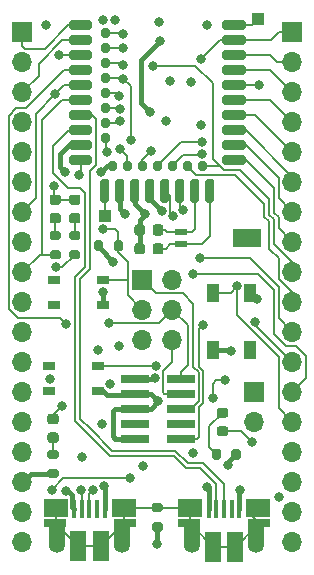
<source format=gtl>
%TF.GenerationSoftware,KiCad,Pcbnew,5.1.10-88a1d61d58~88~ubuntu18.04.1*%
%TF.CreationDate,2021-05-30T13:33:07+03:00*%
%TF.ProjectId,ebyte-E73-2G4M08S1x-board,65627974-652d-4453-9733-2d3247344d30,rev?*%
%TF.SameCoordinates,Original*%
%TF.FileFunction,Copper,L1,Top*%
%TF.FilePolarity,Positive*%
%FSLAX46Y46*%
G04 Gerber Fmt 4.6, Leading zero omitted, Abs format (unit mm)*
G04 Created by KiCad (PCBNEW 5.1.10-88a1d61d58~88~ubuntu18.04.1) date 2021-05-30 13:33:07*
%MOMM*%
%LPD*%
G01*
G04 APERTURE LIST*
%TA.AperFunction,SMDPad,CuDef*%
%ADD10R,1.000000X1.500000*%
%TD*%
%TA.AperFunction,SMDPad,CuDef*%
%ADD11R,2.400000X1.500000*%
%TD*%
%TA.AperFunction,SMDPad,CuDef*%
%ADD12R,1.100000X0.600000*%
%TD*%
%TA.AperFunction,SMDPad,CuDef*%
%ADD13R,1.050000X0.650000*%
%TD*%
%TA.AperFunction,SMDPad,CuDef*%
%ADD14R,1.430000X2.500000*%
%TD*%
%TA.AperFunction,ComponentPad*%
%ADD15O,1.350000X1.700000*%
%TD*%
%TA.AperFunction,ComponentPad*%
%ADD16O,1.100000X1.500000*%
%TD*%
%TA.AperFunction,SMDPad,CuDef*%
%ADD17R,0.400000X1.650000*%
%TD*%
%TA.AperFunction,SMDPad,CuDef*%
%ADD18R,2.000000X1.500000*%
%TD*%
%TA.AperFunction,SMDPad,CuDef*%
%ADD19R,1.825000X0.700000*%
%TD*%
%TA.AperFunction,SMDPad,CuDef*%
%ADD20R,1.350000X2.000000*%
%TD*%
%TA.AperFunction,ComponentPad*%
%ADD21O,1.700000X1.700000*%
%TD*%
%TA.AperFunction,ComponentPad*%
%ADD22R,1.700000X1.700000*%
%TD*%
%TA.AperFunction,SMDPad,CuDef*%
%ADD23R,1.000000X1.000000*%
%TD*%
%TA.AperFunction,SMDPad,CuDef*%
%ADD24R,2.400000X0.740000*%
%TD*%
%TA.AperFunction,ViaPad*%
%ADD25C,0.800000*%
%TD*%
%TA.AperFunction,Conductor*%
%ADD26C,0.200000*%
%TD*%
%TA.AperFunction,Conductor*%
%ADD27C,0.400000*%
%TD*%
G04 APERTURE END LIST*
%TO.P,R8,2*%
%TO.N,Net-(D8-Pad1)*%
%TA.AperFunction,SMDPad,CuDef*%
G36*
G01*
X140673500Y-109557000D02*
X140123500Y-109557000D01*
G75*
G02*
X139923500Y-109357000I0J200000D01*
G01*
X139923500Y-108957000D01*
G75*
G02*
X140123500Y-108757000I200000J0D01*
G01*
X140673500Y-108757000D01*
G75*
G02*
X140873500Y-108957000I0J-200000D01*
G01*
X140873500Y-109357000D01*
G75*
G02*
X140673500Y-109557000I-200000J0D01*
G01*
G37*
%TD.AperFunction*%
%TO.P,R8,1*%
%TO.N,GND*%
%TA.AperFunction,SMDPad,CuDef*%
G36*
G01*
X140673500Y-111207000D02*
X140123500Y-111207000D01*
G75*
G02*
X139923500Y-111007000I0J200000D01*
G01*
X139923500Y-110607000D01*
G75*
G02*
X140123500Y-110407000I200000J0D01*
G01*
X140673500Y-110407000D01*
G75*
G02*
X140873500Y-110607000I0J-200000D01*
G01*
X140873500Y-111007000D01*
G75*
G02*
X140673500Y-111207000I-200000J0D01*
G01*
G37*
%TD.AperFunction*%
%TD*%
%TO.P,D8,2*%
%TO.N,Net-(D8-Pad2)*%
%TA.AperFunction,SMDPad,CuDef*%
G36*
G01*
X140654750Y-106609500D02*
X140142250Y-106609500D01*
G75*
G02*
X139923500Y-106390750I0J218750D01*
G01*
X139923500Y-105953250D01*
G75*
G02*
X140142250Y-105734500I218750J0D01*
G01*
X140654750Y-105734500D01*
G75*
G02*
X140873500Y-105953250I0J-218750D01*
G01*
X140873500Y-106390750D01*
G75*
G02*
X140654750Y-106609500I-218750J0D01*
G01*
G37*
%TD.AperFunction*%
%TO.P,D8,1*%
%TO.N,Net-(D8-Pad1)*%
%TA.AperFunction,SMDPad,CuDef*%
G36*
G01*
X140654750Y-108184500D02*
X140142250Y-108184500D01*
G75*
G02*
X139923500Y-107965750I0J218750D01*
G01*
X139923500Y-107528250D01*
G75*
G02*
X140142250Y-107309500I218750J0D01*
G01*
X140654750Y-107309500D01*
G75*
G02*
X140873500Y-107528250I0J-218750D01*
G01*
X140873500Y-107965750D01*
G75*
G02*
X140654750Y-108184500I-218750J0D01*
G01*
G37*
%TD.AperFunction*%
%TD*%
D10*
%TO.P,D7,1*%
%TO.N,VDD*%
X153911500Y-100367000D03*
%TO.P,D7,2*%
%TO.N,N/C*%
X157111500Y-100367000D03*
%TO.P,D7,4*%
%TO.N,P0.04*%
X153911500Y-95467000D03*
%TO.P,D7,3*%
%TO.N,GND*%
X157111500Y-95467000D03*
%TD*%
%TO.P,R7,2*%
%TO.N,P0.15*%
%TA.AperFunction,SMDPad,CuDef*%
G36*
G01*
X141965000Y-91865000D02*
X142515000Y-91865000D01*
G75*
G02*
X142715000Y-92065000I0J-200000D01*
G01*
X142715000Y-92465000D01*
G75*
G02*
X142515000Y-92665000I-200000J0D01*
G01*
X141965000Y-92665000D01*
G75*
G02*
X141765000Y-92465000I0J200000D01*
G01*
X141765000Y-92065000D01*
G75*
G02*
X141965000Y-91865000I200000J0D01*
G01*
G37*
%TD.AperFunction*%
%TO.P,R7,1*%
%TO.N,Net-(D6-Pad1)*%
%TA.AperFunction,SMDPad,CuDef*%
G36*
G01*
X141965000Y-90215000D02*
X142515000Y-90215000D01*
G75*
G02*
X142715000Y-90415000I0J-200000D01*
G01*
X142715000Y-90815000D01*
G75*
G02*
X142515000Y-91015000I-200000J0D01*
G01*
X141965000Y-91015000D01*
G75*
G02*
X141765000Y-90815000I0J200000D01*
G01*
X141765000Y-90415000D01*
G75*
G02*
X141965000Y-90215000I200000J0D01*
G01*
G37*
%TD.AperFunction*%
%TD*%
D11*
%TO.P,Y1,3*%
%TO.N,N/C*%
X156843500Y-90868500D03*
D12*
%TO.P,Y1,2*%
%TO.N,Net-(C8-Pad1)*%
X151243500Y-90368500D03*
%TO.P,Y1,1*%
%TO.N,Net-(C7-Pad1)*%
X151243500Y-91368500D03*
%TD*%
%TO.P,C7,2*%
%TO.N,GND*%
%TA.AperFunction,SMDPad,CuDef*%
G36*
G01*
X148188500Y-91507500D02*
X148188500Y-92007500D01*
G75*
G02*
X147963500Y-92232500I-225000J0D01*
G01*
X147513500Y-92232500D01*
G75*
G02*
X147288500Y-92007500I0J225000D01*
G01*
X147288500Y-91507500D01*
G75*
G02*
X147513500Y-91282500I225000J0D01*
G01*
X147963500Y-91282500D01*
G75*
G02*
X148188500Y-91507500I0J-225000D01*
G01*
G37*
%TD.AperFunction*%
%TO.P,C7,1*%
%TO.N,Net-(C7-Pad1)*%
%TA.AperFunction,SMDPad,CuDef*%
G36*
G01*
X149738500Y-91507500D02*
X149738500Y-92007500D01*
G75*
G02*
X149513500Y-92232500I-225000J0D01*
G01*
X149063500Y-92232500D01*
G75*
G02*
X148838500Y-92007500I0J225000D01*
G01*
X148838500Y-91507500D01*
G75*
G02*
X149063500Y-91282500I225000J0D01*
G01*
X149513500Y-91282500D01*
G75*
G02*
X149738500Y-91507500I0J-225000D01*
G01*
G37*
%TD.AperFunction*%
%TD*%
D13*
%TO.P,SW2,2*%
%TO.N,GND*%
X144632500Y-96515500D03*
X140482500Y-96515500D03*
%TO.P,SW2,1*%
%TO.N,RST*%
X144632500Y-94365500D03*
X140482500Y-94365500D03*
%TD*%
%TO.P,R5,2*%
%TO.N,VDD*%
%TA.AperFunction,SMDPad,CuDef*%
G36*
G01*
X144672500Y-91228500D02*
X144672500Y-91778500D01*
G75*
G02*
X144472500Y-91978500I-200000J0D01*
G01*
X144072500Y-91978500D01*
G75*
G02*
X143872500Y-91778500I0J200000D01*
G01*
X143872500Y-91228500D01*
G75*
G02*
X144072500Y-91028500I200000J0D01*
G01*
X144472500Y-91028500D01*
G75*
G02*
X144672500Y-91228500I0J-200000D01*
G01*
G37*
%TD.AperFunction*%
%TO.P,R5,1*%
%TO.N,RST*%
%TA.AperFunction,SMDPad,CuDef*%
G36*
G01*
X146322500Y-91228500D02*
X146322500Y-91778500D01*
G75*
G02*
X146122500Y-91978500I-200000J0D01*
G01*
X145722500Y-91978500D01*
G75*
G02*
X145522500Y-91778500I0J200000D01*
G01*
X145522500Y-91228500D01*
G75*
G02*
X145722500Y-91028500I200000J0D01*
G01*
X146122500Y-91028500D01*
G75*
G02*
X146322500Y-91228500I0J-200000D01*
G01*
G37*
%TD.AperFunction*%
%TD*%
%TO.P,D6,2*%
%TO.N,VDD*%
%TA.AperFunction,SMDPad,CuDef*%
G36*
G01*
X142496250Y-88042000D02*
X141983750Y-88042000D01*
G75*
G02*
X141765000Y-87823250I0J218750D01*
G01*
X141765000Y-87385750D01*
G75*
G02*
X141983750Y-87167000I218750J0D01*
G01*
X142496250Y-87167000D01*
G75*
G02*
X142715000Y-87385750I0J-218750D01*
G01*
X142715000Y-87823250D01*
G75*
G02*
X142496250Y-88042000I-218750J0D01*
G01*
G37*
%TD.AperFunction*%
%TO.P,D6,1*%
%TO.N,Net-(D6-Pad1)*%
%TA.AperFunction,SMDPad,CuDef*%
G36*
G01*
X142496250Y-89617000D02*
X141983750Y-89617000D01*
G75*
G02*
X141765000Y-89398250I0J218750D01*
G01*
X141765000Y-88960750D01*
G75*
G02*
X141983750Y-88742000I218750J0D01*
G01*
X142496250Y-88742000D01*
G75*
G02*
X142715000Y-88960750I0J-218750D01*
G01*
X142715000Y-89398250D01*
G75*
G02*
X142496250Y-89617000I-218750J0D01*
G01*
G37*
%TD.AperFunction*%
%TD*%
%TO.P,U5,10*%
%TO.N,P0.30*%
%TA.AperFunction,SMDPad,CuDef*%
G36*
G01*
X156725000Y-84051000D02*
X156725000Y-84451000D01*
G75*
G02*
X156525000Y-84651000I-200000J0D01*
G01*
X154925000Y-84651000D01*
G75*
G02*
X154725000Y-84451000I0J200000D01*
G01*
X154725000Y-84051000D01*
G75*
G02*
X154925000Y-83851000I200000J0D01*
G01*
X156525000Y-83851000D01*
G75*
G02*
X156725000Y-84051000I0J-200000D01*
G01*
G37*
%TD.AperFunction*%
%TO.P,U5,9*%
%TO.N,P0.31*%
%TA.AperFunction,SMDPad,CuDef*%
G36*
G01*
X156725000Y-82781000D02*
X156725000Y-83181000D01*
G75*
G02*
X156525000Y-83381000I-200000J0D01*
G01*
X154925000Y-83381000D01*
G75*
G02*
X154725000Y-83181000I0J200000D01*
G01*
X154725000Y-82781000D01*
G75*
G02*
X154925000Y-82581000I200000J0D01*
G01*
X156525000Y-82581000D01*
G75*
G02*
X156725000Y-82781000I0J-200000D01*
G01*
G37*
%TD.AperFunction*%
%TO.P,U5,8*%
%TO.N,P0.29*%
%TA.AperFunction,SMDPad,CuDef*%
G36*
G01*
X156725000Y-81511000D02*
X156725000Y-81911000D01*
G75*
G02*
X156525000Y-82111000I-200000J0D01*
G01*
X154925000Y-82111000D01*
G75*
G02*
X154725000Y-81911000I0J200000D01*
G01*
X154725000Y-81511000D01*
G75*
G02*
X154925000Y-81311000I200000J0D01*
G01*
X156525000Y-81311000D01*
G75*
G02*
X156725000Y-81511000I0J-200000D01*
G01*
G37*
%TD.AperFunction*%
%TO.P,U5,7*%
%TO.N,P0.02*%
%TA.AperFunction,SMDPad,CuDef*%
G36*
G01*
X156725000Y-80241000D02*
X156725000Y-80641000D01*
G75*
G02*
X156525000Y-80841000I-200000J0D01*
G01*
X154925000Y-80841000D01*
G75*
G02*
X154725000Y-80641000I0J200000D01*
G01*
X154725000Y-80241000D01*
G75*
G02*
X154925000Y-80041000I200000J0D01*
G01*
X156525000Y-80041000D01*
G75*
G02*
X156725000Y-80241000I0J-200000D01*
G01*
G37*
%TD.AperFunction*%
%TO.P,U5,6*%
%TO.N,P1.05*%
%TA.AperFunction,SMDPad,CuDef*%
G36*
G01*
X156725000Y-78971000D02*
X156725000Y-79371000D01*
G75*
G02*
X156525000Y-79571000I-200000J0D01*
G01*
X154925000Y-79571000D01*
G75*
G02*
X154725000Y-79371000I0J200000D01*
G01*
X154725000Y-78971000D01*
G75*
G02*
X154925000Y-78771000I200000J0D01*
G01*
X156525000Y-78771000D01*
G75*
G02*
X156725000Y-78971000I0J-200000D01*
G01*
G37*
%TD.AperFunction*%
%TO.P,U5,5*%
%TO.N,GND*%
%TA.AperFunction,SMDPad,CuDef*%
G36*
G01*
X156725000Y-77701000D02*
X156725000Y-78101000D01*
G75*
G02*
X156525000Y-78301000I-200000J0D01*
G01*
X154925000Y-78301000D01*
G75*
G02*
X154725000Y-78101000I0J200000D01*
G01*
X154725000Y-77701000D01*
G75*
G02*
X154925000Y-77501000I200000J0D01*
G01*
X156525000Y-77501000D01*
G75*
G02*
X156725000Y-77701000I0J-200000D01*
G01*
G37*
%TD.AperFunction*%
%TO.P,U5,4*%
%TO.N,P0.28*%
%TA.AperFunction,SMDPad,CuDef*%
G36*
G01*
X156725000Y-76431000D02*
X156725000Y-76831000D01*
G75*
G02*
X156525000Y-77031000I-200000J0D01*
G01*
X154925000Y-77031000D01*
G75*
G02*
X154725000Y-76831000I0J200000D01*
G01*
X154725000Y-76431000D01*
G75*
G02*
X154925000Y-76231000I200000J0D01*
G01*
X156525000Y-76231000D01*
G75*
G02*
X156725000Y-76431000I0J-200000D01*
G01*
G37*
%TD.AperFunction*%
%TO.P,U5,3*%
%TO.N,P0.03*%
%TA.AperFunction,SMDPad,CuDef*%
G36*
G01*
X156725000Y-75161000D02*
X156725000Y-75561000D01*
G75*
G02*
X156525000Y-75761000I-200000J0D01*
G01*
X154925000Y-75761000D01*
G75*
G02*
X154725000Y-75561000I0J200000D01*
G01*
X154725000Y-75161000D01*
G75*
G02*
X154925000Y-74961000I200000J0D01*
G01*
X156525000Y-74961000D01*
G75*
G02*
X156725000Y-75161000I0J-200000D01*
G01*
G37*
%TD.AperFunction*%
%TO.P,U5,2*%
%TO.N,P0.25*%
%TA.AperFunction,SMDPad,CuDef*%
G36*
G01*
X156725000Y-73891000D02*
X156725000Y-74291000D01*
G75*
G02*
X156525000Y-74491000I-200000J0D01*
G01*
X154925000Y-74491000D01*
G75*
G02*
X154725000Y-74291000I0J200000D01*
G01*
X154725000Y-73891000D01*
G75*
G02*
X154925000Y-73691000I200000J0D01*
G01*
X156525000Y-73691000D01*
G75*
G02*
X156725000Y-73891000I0J-200000D01*
G01*
G37*
%TD.AperFunction*%
%TO.P,U5,1*%
%TO.N,Net-(TP2-Pad1)*%
%TA.AperFunction,SMDPad,CuDef*%
G36*
G01*
X156725000Y-72621000D02*
X156725000Y-73021000D01*
G75*
G02*
X156525000Y-73221000I-200000J0D01*
G01*
X154925000Y-73221000D01*
G75*
G02*
X154725000Y-73021000I0J200000D01*
G01*
X154725000Y-72621000D01*
G75*
G02*
X154925000Y-72421000I200000J0D01*
G01*
X156525000Y-72421000D01*
G75*
G02*
X156725000Y-72621000I0J-200000D01*
G01*
G37*
%TD.AperFunction*%
%TO.P,U5,29*%
%TO.N,NRF_D-*%
%TA.AperFunction,SMDPad,CuDef*%
G36*
G01*
X143731000Y-81511000D02*
X143731000Y-81911000D01*
G75*
G02*
X143531000Y-82111000I-200000J0D01*
G01*
X141931000Y-82111000D01*
G75*
G02*
X141731000Y-81911000I0J200000D01*
G01*
X141731000Y-81511000D01*
G75*
G02*
X141931000Y-81311000I200000J0D01*
G01*
X143531000Y-81311000D01*
G75*
G02*
X143731000Y-81511000I0J-200000D01*
G01*
G37*
%TD.AperFunction*%
%TO.P,U5,26*%
%TO.N,RST*%
%TA.AperFunction,SMDPad,CuDef*%
G36*
G01*
X143735000Y-84041000D02*
X143735000Y-84441000D01*
G75*
G02*
X143535000Y-84641000I-200000J0D01*
G01*
X141935000Y-84641000D01*
G75*
G02*
X141735000Y-84441000I0J200000D01*
G01*
X141735000Y-84041000D01*
G75*
G02*
X141935000Y-83841000I200000J0D01*
G01*
X143535000Y-83841000D01*
G75*
G02*
X143735000Y-84041000I0J-200000D01*
G01*
G37*
%TD.AperFunction*%
%TO.P,U5,33*%
%TO.N,P0.13*%
%TA.AperFunction,SMDPad,CuDef*%
G36*
G01*
X143731000Y-78971000D02*
X143731000Y-79371000D01*
G75*
G02*
X143531000Y-79571000I-200000J0D01*
G01*
X141931000Y-79571000D01*
G75*
G02*
X141731000Y-79371000I0J200000D01*
G01*
X141731000Y-78971000D01*
G75*
G02*
X141931000Y-78771000I200000J0D01*
G01*
X143531000Y-78771000D01*
G75*
G02*
X143731000Y-78971000I0J-200000D01*
G01*
G37*
%TD.AperFunction*%
%TO.P,U5,27*%
%TO.N,VBUS*%
%TA.AperFunction,SMDPad,CuDef*%
G36*
G01*
X143731000Y-82781000D02*
X143731000Y-83181000D01*
G75*
G02*
X143531000Y-83381000I-200000J0D01*
G01*
X141931000Y-83381000D01*
G75*
G02*
X141731000Y-83181000I0J200000D01*
G01*
X141731000Y-82781000D01*
G75*
G02*
X141931000Y-82581000I200000J0D01*
G01*
X143531000Y-82581000D01*
G75*
G02*
X143731000Y-82781000I0J-200000D01*
G01*
G37*
%TD.AperFunction*%
%TO.P,U5,35*%
%TO.N,P0.24*%
%TA.AperFunction,SMDPad,CuDef*%
G36*
G01*
X143731000Y-77701000D02*
X143731000Y-78101000D01*
G75*
G02*
X143531000Y-78301000I-200000J0D01*
G01*
X141931000Y-78301000D01*
G75*
G02*
X141731000Y-78101000I0J200000D01*
G01*
X141731000Y-77701000D01*
G75*
G02*
X141931000Y-77501000I200000J0D01*
G01*
X143531000Y-77501000D01*
G75*
G02*
X143731000Y-77701000I0J-200000D01*
G01*
G37*
%TD.AperFunction*%
%TO.P,U5,31*%
%TO.N,NRF_D+*%
%TA.AperFunction,SMDPad,CuDef*%
G36*
G01*
X143731000Y-80241000D02*
X143731000Y-80641000D01*
G75*
G02*
X143531000Y-80841000I-200000J0D01*
G01*
X141931000Y-80841000D01*
G75*
G02*
X141731000Y-80641000I0J200000D01*
G01*
X141731000Y-80241000D01*
G75*
G02*
X141931000Y-80041000I200000J0D01*
G01*
X143531000Y-80041000D01*
G75*
G02*
X143731000Y-80241000I0J-200000D01*
G01*
G37*
%TD.AperFunction*%
%TO.P,U5,37*%
%TO.N,SWD*%
%TA.AperFunction,SMDPad,CuDef*%
G36*
G01*
X143731000Y-76431000D02*
X143731000Y-76831000D01*
G75*
G02*
X143531000Y-77031000I-200000J0D01*
G01*
X141931000Y-77031000D01*
G75*
G02*
X141731000Y-76831000I0J200000D01*
G01*
X141731000Y-76431000D01*
G75*
G02*
X141931000Y-76231000I200000J0D01*
G01*
X143531000Y-76231000D01*
G75*
G02*
X143731000Y-76431000I0J-200000D01*
G01*
G37*
%TD.AperFunction*%
%TO.P,U5,39*%
%TO.N,SWC*%
%TA.AperFunction,SMDPad,CuDef*%
G36*
G01*
X143731000Y-75161000D02*
X143731000Y-75561000D01*
G75*
G02*
X143531000Y-75761000I-200000J0D01*
G01*
X141931000Y-75761000D01*
G75*
G02*
X141731000Y-75561000I0J200000D01*
G01*
X141731000Y-75161000D01*
G75*
G02*
X141931000Y-74961000I200000J0D01*
G01*
X143531000Y-74961000D01*
G75*
G02*
X143731000Y-75161000I0J-200000D01*
G01*
G37*
%TD.AperFunction*%
%TO.P,U5,41*%
%TO.N,P0.09*%
%TA.AperFunction,SMDPad,CuDef*%
G36*
G01*
X143731000Y-73891000D02*
X143731000Y-74291000D01*
G75*
G02*
X143531000Y-74491000I-200000J0D01*
G01*
X141931000Y-74491000D01*
G75*
G02*
X141731000Y-74291000I0J200000D01*
G01*
X141731000Y-73891000D01*
G75*
G02*
X141931000Y-73691000I200000J0D01*
G01*
X143531000Y-73691000D01*
G75*
G02*
X143731000Y-73891000I0J-200000D01*
G01*
G37*
%TD.AperFunction*%
%TO.P,U5,43*%
%TO.N,P0.10*%
%TA.AperFunction,SMDPad,CuDef*%
G36*
G01*
X143731000Y-72621000D02*
X143731000Y-73021000D01*
G75*
G02*
X143531000Y-73221000I-200000J0D01*
G01*
X141931000Y-73221000D01*
G75*
G02*
X141731000Y-73021000I0J200000D01*
G01*
X141731000Y-72621000D01*
G75*
G02*
X141931000Y-72421000I200000J0D01*
G01*
X143531000Y-72421000D01*
G75*
G02*
X143731000Y-72621000I0J-200000D01*
G01*
G37*
%TD.AperFunction*%
%TO.P,U5,11*%
%TO.N,Net-(C7-Pad1)*%
%TA.AperFunction,SMDPad,CuDef*%
G36*
G01*
X153465000Y-85841000D02*
X153865000Y-85841000D01*
G75*
G02*
X154065000Y-86041000I0J-200000D01*
G01*
X154065000Y-87641000D01*
G75*
G02*
X153865000Y-87841000I-200000J0D01*
G01*
X153465000Y-87841000D01*
G75*
G02*
X153265000Y-87641000I0J200000D01*
G01*
X153265000Y-86041000D01*
G75*
G02*
X153465000Y-85841000I200000J0D01*
G01*
G37*
%TD.AperFunction*%
%TO.P,U5,13*%
%TO.N,Net-(C8-Pad1)*%
%TA.AperFunction,SMDPad,CuDef*%
G36*
G01*
X152195000Y-85841000D02*
X152595000Y-85841000D01*
G75*
G02*
X152795000Y-86041000I0J-200000D01*
G01*
X152795000Y-87641000D01*
G75*
G02*
X152595000Y-87841000I-200000J0D01*
G01*
X152195000Y-87841000D01*
G75*
G02*
X151995000Y-87641000I0J200000D01*
G01*
X151995000Y-86041000D01*
G75*
G02*
X152195000Y-85841000I200000J0D01*
G01*
G37*
%TD.AperFunction*%
%TO.P,U5,15*%
%TO.N,P0.05*%
%TA.AperFunction,SMDPad,CuDef*%
G36*
G01*
X150925000Y-85841000D02*
X151325000Y-85841000D01*
G75*
G02*
X151525000Y-86041000I0J-200000D01*
G01*
X151525000Y-87641000D01*
G75*
G02*
X151325000Y-87841000I-200000J0D01*
G01*
X150925000Y-87841000D01*
G75*
G02*
X150725000Y-87641000I0J200000D01*
G01*
X150725000Y-86041000D01*
G75*
G02*
X150925000Y-85841000I200000J0D01*
G01*
G37*
%TD.AperFunction*%
%TO.P,U5,17*%
%TO.N,P1.09*%
%TA.AperFunction,SMDPad,CuDef*%
G36*
G01*
X149655000Y-85841000D02*
X150055000Y-85841000D01*
G75*
G02*
X150255000Y-86041000I0J-200000D01*
G01*
X150255000Y-87641000D01*
G75*
G02*
X150055000Y-87841000I-200000J0D01*
G01*
X149655000Y-87841000D01*
G75*
G02*
X149455000Y-87641000I0J200000D01*
G01*
X149455000Y-86041000D01*
G75*
G02*
X149655000Y-85841000I200000J0D01*
G01*
G37*
%TD.AperFunction*%
%TO.P,U5,19*%
%TO.N,VDD*%
%TA.AperFunction,SMDPad,CuDef*%
G36*
G01*
X148385000Y-85841000D02*
X148785000Y-85841000D01*
G75*
G02*
X148985000Y-86041000I0J-200000D01*
G01*
X148985000Y-87641000D01*
G75*
G02*
X148785000Y-87841000I-200000J0D01*
G01*
X148385000Y-87841000D01*
G75*
G02*
X148185000Y-87641000I0J200000D01*
G01*
X148185000Y-86041000D01*
G75*
G02*
X148385000Y-85841000I200000J0D01*
G01*
G37*
%TD.AperFunction*%
%TO.P,U5,21*%
%TO.N,GND*%
%TA.AperFunction,SMDPad,CuDef*%
G36*
G01*
X147115000Y-85841000D02*
X147515000Y-85841000D01*
G75*
G02*
X147715000Y-86041000I0J-200000D01*
G01*
X147715000Y-87641000D01*
G75*
G02*
X147515000Y-87841000I-200000J0D01*
G01*
X147115000Y-87841000D01*
G75*
G02*
X146915000Y-87641000I0J200000D01*
G01*
X146915000Y-86041000D01*
G75*
G02*
X147115000Y-85841000I200000J0D01*
G01*
G37*
%TD.AperFunction*%
%TO.P,U5,23*%
%TO.N,VDDH*%
%TA.AperFunction,SMDPad,CuDef*%
G36*
G01*
X145845000Y-85841000D02*
X146245000Y-85841000D01*
G75*
G02*
X146445000Y-86041000I0J-200000D01*
G01*
X146445000Y-87641000D01*
G75*
G02*
X146245000Y-87841000I-200000J0D01*
G01*
X145845000Y-87841000D01*
G75*
G02*
X145645000Y-87641000I0J200000D01*
G01*
X145645000Y-86041000D01*
G75*
G02*
X145845000Y-85841000I200000J0D01*
G01*
G37*
%TD.AperFunction*%
%TO.P,U5,25*%
%TO.N,Net-(TP1-Pad1)*%
%TA.AperFunction,SMDPad,CuDef*%
G36*
G01*
X144575000Y-85841000D02*
X144975000Y-85841000D01*
G75*
G02*
X145175000Y-86041000I0J-200000D01*
G01*
X145175000Y-87641000D01*
G75*
G02*
X144975000Y-87841000I-200000J0D01*
G01*
X144575000Y-87841000D01*
G75*
G02*
X144375000Y-87641000I0J200000D01*
G01*
X144375000Y-86041000D01*
G75*
G02*
X144575000Y-85841000I200000J0D01*
G01*
G37*
%TD.AperFunction*%
%TO.P,U5,12*%
%TO.N,P0.26*%
%TA.AperFunction,SMDPad,CuDef*%
G36*
G01*
X152835000Y-84351000D02*
X153235000Y-84351000D01*
G75*
G02*
X153435000Y-84551000I0J-200000D01*
G01*
X153435000Y-84951000D01*
G75*
G02*
X153235000Y-85151000I-200000J0D01*
G01*
X152835000Y-85151000D01*
G75*
G02*
X152635000Y-84951000I0J200000D01*
G01*
X152635000Y-84551000D01*
G75*
G02*
X152835000Y-84351000I200000J0D01*
G01*
G37*
%TD.AperFunction*%
%TO.P,U5,14*%
%TO.N,P0.06*%
%TA.AperFunction,SMDPad,CuDef*%
G36*
G01*
X151565000Y-84351000D02*
X151965000Y-84351000D01*
G75*
G02*
X152165000Y-84551000I0J-200000D01*
G01*
X152165000Y-84951000D01*
G75*
G02*
X151965000Y-85151000I-200000J0D01*
G01*
X151565000Y-85151000D01*
G75*
G02*
X151365000Y-84951000I0J200000D01*
G01*
X151365000Y-84551000D01*
G75*
G02*
X151565000Y-84351000I200000J0D01*
G01*
G37*
%TD.AperFunction*%
%TO.P,U5,16*%
%TO.N,P0.08*%
%TA.AperFunction,SMDPad,CuDef*%
G36*
G01*
X150295000Y-84351000D02*
X150695000Y-84351000D01*
G75*
G02*
X150895000Y-84551000I0J-200000D01*
G01*
X150895000Y-84951000D01*
G75*
G02*
X150695000Y-85151000I-200000J0D01*
G01*
X150295000Y-85151000D01*
G75*
G02*
X150095000Y-84951000I0J200000D01*
G01*
X150095000Y-84551000D01*
G75*
G02*
X150295000Y-84351000I200000J0D01*
G01*
G37*
%TD.AperFunction*%
%TO.P,U5,18*%
%TO.N,P0.04*%
%TA.AperFunction,SMDPad,CuDef*%
G36*
G01*
X149025000Y-84351000D02*
X149425000Y-84351000D01*
G75*
G02*
X149625000Y-84551000I0J-200000D01*
G01*
X149625000Y-84951000D01*
G75*
G02*
X149425000Y-85151000I-200000J0D01*
G01*
X149025000Y-85151000D01*
G75*
G02*
X148825000Y-84951000I0J200000D01*
G01*
X148825000Y-84551000D01*
G75*
G02*
X149025000Y-84351000I200000J0D01*
G01*
G37*
%TD.AperFunction*%
%TO.P,U5,20*%
%TO.N,P0.12*%
%TA.AperFunction,SMDPad,CuDef*%
G36*
G01*
X147755000Y-84351000D02*
X148155000Y-84351000D01*
G75*
G02*
X148355000Y-84551000I0J-200000D01*
G01*
X148355000Y-84951000D01*
G75*
G02*
X148155000Y-85151000I-200000J0D01*
G01*
X147755000Y-85151000D01*
G75*
G02*
X147555000Y-84951000I0J200000D01*
G01*
X147555000Y-84551000D01*
G75*
G02*
X147755000Y-84351000I200000J0D01*
G01*
G37*
%TD.AperFunction*%
%TO.P,U5,22*%
%TO.N,P0.07*%
%TA.AperFunction,SMDPad,CuDef*%
G36*
G01*
X146485000Y-84351000D02*
X146885000Y-84351000D01*
G75*
G02*
X147085000Y-84551000I0J-200000D01*
G01*
X147085000Y-84951000D01*
G75*
G02*
X146885000Y-85151000I-200000J0D01*
G01*
X146485000Y-85151000D01*
G75*
G02*
X146285000Y-84951000I0J200000D01*
G01*
X146285000Y-84551000D01*
G75*
G02*
X146485000Y-84351000I200000J0D01*
G01*
G37*
%TD.AperFunction*%
%TO.P,U5,24*%
%TO.N,GND*%
%TA.AperFunction,SMDPad,CuDef*%
G36*
G01*
X145215000Y-84351000D02*
X145615000Y-84351000D01*
G75*
G02*
X145815000Y-84551000I0J-200000D01*
G01*
X145815000Y-84951000D01*
G75*
G02*
X145615000Y-85151000I-200000J0D01*
G01*
X145215000Y-85151000D01*
G75*
G02*
X145015000Y-84951000I0J200000D01*
G01*
X145015000Y-84551000D01*
G75*
G02*
X145215000Y-84351000I200000J0D01*
G01*
G37*
%TD.AperFunction*%
%TO.P,U5,28*%
%TO.N,P0.15*%
%TA.AperFunction,SMDPad,CuDef*%
G36*
G01*
X144645000Y-81961000D02*
X145045000Y-81961000D01*
G75*
G02*
X145245000Y-82161000I0J-200000D01*
G01*
X145245000Y-82561000D01*
G75*
G02*
X145045000Y-82761000I-200000J0D01*
G01*
X144645000Y-82761000D01*
G75*
G02*
X144445000Y-82561000I0J200000D01*
G01*
X144445000Y-82161000D01*
G75*
G02*
X144645000Y-81961000I200000J0D01*
G01*
G37*
%TD.AperFunction*%
%TO.P,U5,30*%
%TO.N,P0.17*%
%TA.AperFunction,SMDPad,CuDef*%
G36*
G01*
X144645000Y-80691000D02*
X145045000Y-80691000D01*
G75*
G02*
X145245000Y-80891000I0J-200000D01*
G01*
X145245000Y-81291000D01*
G75*
G02*
X145045000Y-81491000I-200000J0D01*
G01*
X144645000Y-81491000D01*
G75*
G02*
X144445000Y-81291000I0J200000D01*
G01*
X144445000Y-80891000D01*
G75*
G02*
X144645000Y-80691000I200000J0D01*
G01*
G37*
%TD.AperFunction*%
%TO.P,U5,32*%
%TO.N,P0.20*%
%TA.AperFunction,SMDPad,CuDef*%
G36*
G01*
X144645000Y-79421000D02*
X145045000Y-79421000D01*
G75*
G02*
X145245000Y-79621000I0J-200000D01*
G01*
X145245000Y-80021000D01*
G75*
G02*
X145045000Y-80221000I-200000J0D01*
G01*
X144645000Y-80221000D01*
G75*
G02*
X144445000Y-80021000I0J200000D01*
G01*
X144445000Y-79621000D01*
G75*
G02*
X144645000Y-79421000I200000J0D01*
G01*
G37*
%TD.AperFunction*%
%TO.P,U5,34*%
%TO.N,P0.22*%
%TA.AperFunction,SMDPad,CuDef*%
G36*
G01*
X144645000Y-78151000D02*
X145045000Y-78151000D01*
G75*
G02*
X145245000Y-78351000I0J-200000D01*
G01*
X145245000Y-78751000D01*
G75*
G02*
X145045000Y-78951000I-200000J0D01*
G01*
X144645000Y-78951000D01*
G75*
G02*
X144445000Y-78751000I0J200000D01*
G01*
X144445000Y-78351000D01*
G75*
G02*
X144645000Y-78151000I200000J0D01*
G01*
G37*
%TD.AperFunction*%
%TO.P,U5,36*%
%TO.N,SWO*%
%TA.AperFunction,SMDPad,CuDef*%
G36*
G01*
X144645000Y-76881000D02*
X145045000Y-76881000D01*
G75*
G02*
X145245000Y-77081000I0J-200000D01*
G01*
X145245000Y-77481000D01*
G75*
G02*
X145045000Y-77681000I-200000J0D01*
G01*
X144645000Y-77681000D01*
G75*
G02*
X144445000Y-77481000I0J200000D01*
G01*
X144445000Y-77081000D01*
G75*
G02*
X144645000Y-76881000I200000J0D01*
G01*
G37*
%TD.AperFunction*%
%TO.P,U5,38*%
%TO.N,P1.02*%
%TA.AperFunction,SMDPad,CuDef*%
G36*
G01*
X144645000Y-75611000D02*
X145045000Y-75611000D01*
G75*
G02*
X145245000Y-75811000I0J-200000D01*
G01*
X145245000Y-76211000D01*
G75*
G02*
X145045000Y-76411000I-200000J0D01*
G01*
X144645000Y-76411000D01*
G75*
G02*
X144445000Y-76211000I0J200000D01*
G01*
X144445000Y-75811000D01*
G75*
G02*
X144645000Y-75611000I200000J0D01*
G01*
G37*
%TD.AperFunction*%
%TO.P,U5,42*%
%TO.N,P1.06*%
%TA.AperFunction,SMDPad,CuDef*%
G36*
G01*
X144645000Y-73071000D02*
X145045000Y-73071000D01*
G75*
G02*
X145245000Y-73271000I0J-200000D01*
G01*
X145245000Y-73671000D01*
G75*
G02*
X145045000Y-73871000I-200000J0D01*
G01*
X144645000Y-73871000D01*
G75*
G02*
X144445000Y-73671000I0J200000D01*
G01*
X144445000Y-73271000D01*
G75*
G02*
X144645000Y-73071000I200000J0D01*
G01*
G37*
%TD.AperFunction*%
%TO.P,U5,40*%
%TO.N,P1.04*%
%TA.AperFunction,SMDPad,CuDef*%
G36*
G01*
X144645000Y-74341000D02*
X145045000Y-74341000D01*
G75*
G02*
X145245000Y-74541000I0J-200000D01*
G01*
X145245000Y-74941000D01*
G75*
G02*
X145045000Y-75141000I-200000J0D01*
G01*
X144645000Y-75141000D01*
G75*
G02*
X144445000Y-74941000I0J200000D01*
G01*
X144445000Y-74541000D01*
G75*
G02*
X144645000Y-74341000I200000J0D01*
G01*
G37*
%TD.AperFunction*%
%TD*%
D14*
%TO.P,J1,6*%
%TO.N,Net-(J1-Pad6)*%
X144445000Y-116955000D03*
X142525000Y-116955000D03*
D15*
X146215000Y-116685000D03*
X140755000Y-116685000D03*
D16*
X145905000Y-113685000D03*
X141065000Y-113685000D03*
D17*
%TO.P,J1,5*%
%TO.N,GND*%
X144785000Y-113805000D03*
%TO.P,J1,4*%
%TO.N,N/C*%
X144135000Y-113805000D03*
%TO.P,J1,3*%
%TO.N,/UART_D+*%
X143485000Y-113805000D03*
%TO.P,J1,2*%
%TO.N,/UART_D-*%
X142835000Y-113805000D03*
%TO.P,J1,1*%
%TO.N,/USB1VBUS*%
X142185000Y-113805000D03*
D18*
%TO.P,J1,6*%
%TO.N,Net-(J1-Pad6)*%
X146385000Y-113685000D03*
X140635000Y-113705000D03*
D19*
X146485000Y-115005000D03*
X140535000Y-115005000D03*
D20*
X140755000Y-115755000D03*
X146235000Y-115755000D03*
%TD*%
D14*
%TO.P,J2,6*%
%TO.N,Net-(J1-Pad6)*%
X155829000Y-116967000D03*
X153909000Y-116967000D03*
D15*
X157599000Y-116697000D03*
X152139000Y-116697000D03*
D16*
X157289000Y-113697000D03*
X152449000Y-113697000D03*
D17*
%TO.P,J2,5*%
%TO.N,GND*%
X156169000Y-113817000D03*
%TO.P,J2,4*%
%TO.N,N/C*%
X155519000Y-113817000D03*
%TO.P,J2,3*%
%TO.N,NRF_D+*%
X154869000Y-113817000D03*
%TO.P,J2,2*%
%TO.N,NRF_D-*%
X154219000Y-113817000D03*
%TO.P,J2,1*%
%TO.N,/USB2VBUS*%
X153569000Y-113817000D03*
D18*
%TO.P,J2,6*%
%TO.N,Net-(J1-Pad6)*%
X157769000Y-113697000D03*
X152019000Y-113717000D03*
D19*
X157869000Y-115017000D03*
X151919000Y-115017000D03*
D20*
X152139000Y-115767000D03*
X157619000Y-115767000D03*
%TD*%
D21*
%TO.P,J5,18*%
%TO.N,VBUS*%
X160655000Y-116586000D03*
%TO.P,J5,17*%
%TO.N,GND*%
X160655000Y-114046000D03*
%TO.P,J5,16*%
X160655000Y-111506000D03*
%TO.P,J5,15*%
%TO.N,VDD*%
X160655000Y-108966000D03*
%TO.P,J5,14*%
%TO.N,P0.04*%
X160655000Y-106426000D03*
%TO.P,J5,13*%
%TO.N,P1.09*%
X160655000Y-103886000D03*
%TO.P,J5,12*%
%TO.N,P0.08*%
X160655000Y-101346000D03*
%TO.P,J5,11*%
%TO.N,P0.05*%
X160655000Y-98806000D03*
%TO.P,J5,10*%
%TO.N,P0.06*%
X160655000Y-96266000D03*
%TO.P,J5,9*%
%TO.N,P0.26*%
X160655000Y-93726000D03*
%TO.P,J5,8*%
%TO.N,P0.30*%
X160655000Y-91186000D03*
%TO.P,J5,7*%
%TO.N,P0.31*%
X160655000Y-88646000D03*
%TO.P,J5,6*%
%TO.N,P0.29*%
X160655000Y-86106000D03*
%TO.P,J5,5*%
%TO.N,P0.02*%
X160655000Y-83566000D03*
%TO.P,J5,4*%
%TO.N,P1.05*%
X160655000Y-81026000D03*
%TO.P,J5,3*%
%TO.N,P0.28*%
X160655000Y-78486000D03*
%TO.P,J5,2*%
%TO.N,P0.03*%
X160655000Y-75946000D03*
D22*
%TO.P,J5,1*%
%TO.N,P0.25*%
X160655000Y-73406000D03*
%TD*%
%TO.P,R6,2*%
%TO.N,P0.13*%
%TA.AperFunction,SMDPad,CuDef*%
G36*
G01*
X140314000Y-91865000D02*
X140864000Y-91865000D01*
G75*
G02*
X141064000Y-92065000I0J-200000D01*
G01*
X141064000Y-92465000D01*
G75*
G02*
X140864000Y-92665000I-200000J0D01*
G01*
X140314000Y-92665000D01*
G75*
G02*
X140114000Y-92465000I0J200000D01*
G01*
X140114000Y-92065000D01*
G75*
G02*
X140314000Y-91865000I200000J0D01*
G01*
G37*
%TD.AperFunction*%
%TO.P,R6,1*%
%TO.N,Net-(D5-Pad1)*%
%TA.AperFunction,SMDPad,CuDef*%
G36*
G01*
X140314000Y-90215000D02*
X140864000Y-90215000D01*
G75*
G02*
X141064000Y-90415000I0J-200000D01*
G01*
X141064000Y-90815000D01*
G75*
G02*
X140864000Y-91015000I-200000J0D01*
G01*
X140314000Y-91015000D01*
G75*
G02*
X140114000Y-90815000I0J200000D01*
G01*
X140114000Y-90415000D01*
G75*
G02*
X140314000Y-90215000I200000J0D01*
G01*
G37*
%TD.AperFunction*%
%TD*%
%TO.P,D5,2*%
%TO.N,VDD*%
%TA.AperFunction,SMDPad,CuDef*%
G36*
G01*
X140845250Y-88042000D02*
X140332750Y-88042000D01*
G75*
G02*
X140114000Y-87823250I0J218750D01*
G01*
X140114000Y-87385750D01*
G75*
G02*
X140332750Y-87167000I218750J0D01*
G01*
X140845250Y-87167000D01*
G75*
G02*
X141064000Y-87385750I0J-218750D01*
G01*
X141064000Y-87823250D01*
G75*
G02*
X140845250Y-88042000I-218750J0D01*
G01*
G37*
%TD.AperFunction*%
%TO.P,D5,1*%
%TO.N,Net-(D5-Pad1)*%
%TA.AperFunction,SMDPad,CuDef*%
G36*
G01*
X140845250Y-89617000D02*
X140332750Y-89617000D01*
G75*
G02*
X140114000Y-89398250I0J218750D01*
G01*
X140114000Y-88960750D01*
G75*
G02*
X140332750Y-88742000I218750J0D01*
G01*
X140845250Y-88742000D01*
G75*
G02*
X141064000Y-88960750I0J-218750D01*
G01*
X141064000Y-89398250D01*
G75*
G02*
X140845250Y-89617000I-218750J0D01*
G01*
G37*
%TD.AperFunction*%
%TD*%
D21*
%TO.P,J4,18*%
%TO.N,VBUS*%
X137795000Y-116586000D03*
%TO.P,J4,17*%
%TO.N,GND*%
X137795000Y-114046000D03*
%TO.P,J4,16*%
X137795000Y-111506000D03*
%TO.P,J4,15*%
%TO.N,VDD*%
X137795000Y-108966000D03*
%TO.P,J4,14*%
%TO.N,P0.12*%
X137795000Y-106426000D03*
%TO.P,J4,13*%
%TO.N,P0.07*%
X137795000Y-103886000D03*
%TO.P,J4,12*%
%TO.N,P0.15*%
X137795000Y-101346000D03*
%TO.P,J4,11*%
%TO.N,P0.17*%
X137795000Y-98806000D03*
%TO.P,J4,10*%
%TO.N,P0.20*%
X137795000Y-96266000D03*
%TO.P,J4,9*%
%TO.N,P0.13*%
X137795000Y-93726000D03*
%TO.P,J4,8*%
%TO.N,P0.22*%
X137795000Y-91186000D03*
%TO.P,J4,7*%
%TO.N,P0.24*%
X137795000Y-88646000D03*
%TO.P,J4,6*%
%TO.N,SWO*%
X137795000Y-86106000D03*
%TO.P,J4,5*%
%TO.N,P1.02*%
X137795000Y-83566000D03*
%TO.P,J4,4*%
%TO.N,P1.04*%
X137795000Y-81026000D03*
%TO.P,J4,3*%
%TO.N,P0.09*%
X137795000Y-78486000D03*
%TO.P,J4,2*%
%TO.N,P1.06*%
X137795000Y-75946000D03*
D22*
%TO.P,J4,1*%
%TO.N,P0.10*%
X137795000Y-73406000D03*
%TD*%
D23*
%TO.P,TP1,1*%
%TO.N,Net-(TP1-Pad1)*%
X144780000Y-88950800D03*
%TD*%
%TO.P,D4,2*%
%TO.N,Net-(D4-Pad2)*%
%TA.AperFunction,SMDPad,CuDef*%
G36*
G01*
X155005750Y-106076000D02*
X154493250Y-106076000D01*
G75*
G02*
X154274500Y-105857250I0J218750D01*
G01*
X154274500Y-105419750D01*
G75*
G02*
X154493250Y-105201000I218750J0D01*
G01*
X155005750Y-105201000D01*
G75*
G02*
X155224500Y-105419750I0J-218750D01*
G01*
X155224500Y-105857250D01*
G75*
G02*
X155005750Y-106076000I-218750J0D01*
G01*
G37*
%TD.AperFunction*%
%TO.P,D4,1*%
%TO.N,Net-(D4-Pad1)*%
%TA.AperFunction,SMDPad,CuDef*%
G36*
G01*
X155005750Y-107651000D02*
X154493250Y-107651000D01*
G75*
G02*
X154274500Y-107432250I0J218750D01*
G01*
X154274500Y-106994750D01*
G75*
G02*
X154493250Y-106776000I218750J0D01*
G01*
X155005750Y-106776000D01*
G75*
G02*
X155224500Y-106994750I0J-218750D01*
G01*
X155224500Y-107432250D01*
G75*
G02*
X155005750Y-107651000I-218750J0D01*
G01*
G37*
%TD.AperFunction*%
%TD*%
D24*
%TO.P,J6,10*%
%TO.N,RST*%
X151220000Y-107823000D03*
%TO.P,J6,9*%
%TO.N,GND*%
X147320000Y-107823000D03*
%TO.P,J6,8*%
%TO.N,N/C*%
X151220000Y-106553000D03*
%TO.P,J6,7*%
X147320000Y-106553000D03*
%TO.P,J6,6*%
%TO.N,SWO*%
X151220000Y-105283000D03*
%TO.P,J6,5*%
%TO.N,GND*%
X147320000Y-105283000D03*
%TO.P,J6,4*%
%TO.N,SWC*%
X151220000Y-104013000D03*
%TO.P,J6,3*%
%TO.N,GND*%
X147320000Y-104013000D03*
%TO.P,J6,2*%
%TO.N,SWD*%
X151220000Y-102743000D03*
%TO.P,J6,1*%
%TO.N,VDD*%
X147320000Y-102743000D03*
%TD*%
%TO.P,R4,2*%
%TO.N,Net-(D4-Pad2)*%
%TA.AperFunction,SMDPad,CuDef*%
G36*
G01*
X154642000Y-108881500D02*
X154642000Y-109431500D01*
G75*
G02*
X154442000Y-109631500I-200000J0D01*
G01*
X154042000Y-109631500D01*
G75*
G02*
X153842000Y-109431500I0J200000D01*
G01*
X153842000Y-108881500D01*
G75*
G02*
X154042000Y-108681500I200000J0D01*
G01*
X154442000Y-108681500D01*
G75*
G02*
X154642000Y-108881500I0J-200000D01*
G01*
G37*
%TD.AperFunction*%
%TO.P,R4,1*%
%TO.N,VBUS*%
%TA.AperFunction,SMDPad,CuDef*%
G36*
G01*
X156292000Y-108881500D02*
X156292000Y-109431500D01*
G75*
G02*
X156092000Y-109631500I-200000J0D01*
G01*
X155692000Y-109631500D01*
G75*
G02*
X155492000Y-109431500I0J200000D01*
G01*
X155492000Y-108881500D01*
G75*
G02*
X155692000Y-108681500I200000J0D01*
G01*
X156092000Y-108681500D01*
G75*
G02*
X156292000Y-108881500I0J-200000D01*
G01*
G37*
%TD.AperFunction*%
%TD*%
%TO.P,R1,2*%
%TO.N,GND*%
%TA.AperFunction,SMDPad,CuDef*%
G36*
G01*
X148950000Y-114916000D02*
X149500000Y-114916000D01*
G75*
G02*
X149700000Y-115116000I0J-200000D01*
G01*
X149700000Y-115516000D01*
G75*
G02*
X149500000Y-115716000I-200000J0D01*
G01*
X148950000Y-115716000D01*
G75*
G02*
X148750000Y-115516000I0J200000D01*
G01*
X148750000Y-115116000D01*
G75*
G02*
X148950000Y-114916000I200000J0D01*
G01*
G37*
%TD.AperFunction*%
%TO.P,R1,1*%
%TO.N,Net-(J1-Pad6)*%
%TA.AperFunction,SMDPad,CuDef*%
G36*
G01*
X148950000Y-113266000D02*
X149500000Y-113266000D01*
G75*
G02*
X149700000Y-113466000I0J-200000D01*
G01*
X149700000Y-113866000D01*
G75*
G02*
X149500000Y-114066000I-200000J0D01*
G01*
X148950000Y-114066000D01*
G75*
G02*
X148750000Y-113866000I0J200000D01*
G01*
X148750000Y-113466000D01*
G75*
G02*
X148950000Y-113266000I200000J0D01*
G01*
G37*
%TD.AperFunction*%
%TD*%
D21*
%TO.P,J7,6*%
%TO.N,SWC*%
X150495000Y-99441000D03*
%TO.P,J7,5*%
%TO.N,GND*%
X147955000Y-99441000D03*
%TO.P,J7,4*%
%TO.N,SWD*%
X150495000Y-96901000D03*
%TO.P,J7,3*%
%TO.N,RST*%
X147955000Y-96901000D03*
%TO.P,J7,2*%
%TO.N,VDD*%
X150495000Y-94361000D03*
D22*
%TO.P,J7,1*%
%TO.N,SWO*%
X147955000Y-94361000D03*
%TD*%
D21*
%TO.P,J3,2*%
%TO.N,VBAT*%
X157429200Y-106426000D03*
D22*
%TO.P,J3,1*%
%TO.N,GND*%
X157429200Y-103886000D03*
%TD*%
D13*
%TO.P,SW1,2*%
%TO.N,GND*%
X144188000Y-103818000D03*
X140038000Y-103818000D03*
%TO.P,SW1,1*%
%TO.N,P0.12*%
X144188000Y-101668000D03*
X140038000Y-101668000D03*
%TD*%
%TO.P,C8,2*%
%TO.N,GND*%
%TA.AperFunction,SMDPad,CuDef*%
G36*
G01*
X148188500Y-89920000D02*
X148188500Y-90420000D01*
G75*
G02*
X147963500Y-90645000I-225000J0D01*
G01*
X147513500Y-90645000D01*
G75*
G02*
X147288500Y-90420000I0J225000D01*
G01*
X147288500Y-89920000D01*
G75*
G02*
X147513500Y-89695000I225000J0D01*
G01*
X147963500Y-89695000D01*
G75*
G02*
X148188500Y-89920000I0J-225000D01*
G01*
G37*
%TD.AperFunction*%
%TO.P,C8,1*%
%TO.N,Net-(C8-Pad1)*%
%TA.AperFunction,SMDPad,CuDef*%
G36*
G01*
X149738500Y-89920000D02*
X149738500Y-90420000D01*
G75*
G02*
X149513500Y-90645000I-225000J0D01*
G01*
X149063500Y-90645000D01*
G75*
G02*
X148838500Y-90420000I0J225000D01*
G01*
X148838500Y-89920000D01*
G75*
G02*
X149063500Y-89695000I225000J0D01*
G01*
X149513500Y-89695000D01*
G75*
G02*
X149738500Y-89920000I0J-225000D01*
G01*
G37*
%TD.AperFunction*%
%TD*%
D23*
%TO.P,TP2,1*%
%TO.N,Net-(TP2-Pad1)*%
X157734000Y-72326500D03*
%TD*%
D25*
%TO.N,GND*%
X157861000Y-77851000D03*
X149987000Y-80899000D03*
X156210000Y-112217200D03*
X149199600Y-116789200D03*
X144722307Y-111850410D03*
X152908000Y-81280000D03*
X152095200Y-77622400D03*
X150266400Y-77571600D03*
X149352000Y-72593200D03*
X144477990Y-85219154D03*
X148212011Y-88831378D03*
X144221200Y-100330000D03*
X153416000Y-72771000D03*
X144653000Y-72390000D03*
X159512000Y-112776000D03*
X139827000Y-72771000D03*
X145669000Y-72390000D03*
X152258160Y-109033545D03*
X149288500Y-104648000D03*
X144653000Y-95440500D03*
X157704968Y-96012000D03*
X142846842Y-109356307D03*
X149199600Y-116789200D03*
%TO.N,VBUS*%
X155244800Y-110084002D03*
X141400540Y-85234774D03*
X147984500Y-110143000D03*
%TO.N,VDD*%
X148590000Y-80162400D03*
X149428800Y-74194000D03*
X140463272Y-86417191D03*
X149612022Y-88585956D03*
X149012593Y-102696254D03*
X145478500Y-92837000D03*
X140144500Y-102743000D03*
X155448000Y-100393500D03*
%TO.N,SWD*%
X145097500Y-98044000D03*
X141478000Y-98107500D03*
%TO.N,SWC*%
X140868400Y-75387200D03*
%TO.N,RST*%
X153098500Y-98171000D03*
X142600553Y-85540473D03*
X144591010Y-90115484D03*
%TO.N,VDDH*%
X144526000Y-106616500D03*
X146507200Y-88849200D03*
X145961010Y-99959496D03*
X145240906Y-103207837D03*
%TO.N,P0.15*%
X144932400Y-83566000D03*
X140640862Y-93333362D03*
%TO.N,P0.12*%
X148675856Y-83486280D03*
X149098000Y-101663500D03*
%TO.N,P0.08*%
X153009600Y-83718400D03*
X157530482Y-97930018D03*
%TO.N,P0.06*%
X154940000Y-102870000D03*
X153924000Y-104394000D03*
%TO.N,P0.05*%
X151407938Y-88433035D03*
X152844500Y-92519500D03*
X146939000Y-111125000D03*
X140271500Y-112141000D03*
%TO.N,P0.07*%
X146100800Y-83312000D03*
%TO.N,Net-(D4-Pad1)*%
X157226000Y-108153200D03*
%TO.N,P0.20*%
X146050000Y-79883000D03*
%TO.N,P0.17*%
X146050000Y-80899000D03*
%TO.N,P0.04*%
X153009600Y-82702400D03*
X156011498Y-94932500D03*
%TO.N,P1.09*%
X150546752Y-88941347D03*
X152213671Y-93911009D03*
%TO.N,P1.06*%
X146304000Y-73533000D03*
%TO.N,P1.04*%
X146304000Y-74788790D03*
%TO.N,P1.02*%
X146304000Y-76188810D03*
%TO.N,SWO*%
X146304000Y-77343000D03*
X146964400Y-82550000D03*
%TO.N,P0.26*%
X148869616Y-76243804D03*
%TO.N,P0.25*%
X152903900Y-75713936D03*
%TO.N,P0.24*%
X140586981Y-78666811D03*
%TO.N,P0.22*%
X145961087Y-78805010D03*
%TO.N,/UART_D-*%
X142759388Y-112164002D03*
%TO.N,/UART_D+*%
X143774106Y-112168119D03*
%TO.N,/USB1VBUS*%
X141478000Y-112268000D03*
%TO.N,/USB2VBUS*%
X153416000Y-111887000D03*
%TO.N,Net-(D8-Pad2)*%
X141160500Y-105029000D03*
%TD*%
D26*
%TO.N,GND*%
X155725000Y-77901000D02*
X157811000Y-77901000D01*
X157811000Y-77901000D02*
X157861000Y-77851000D01*
D27*
X156169000Y-113817000D02*
X156169000Y-112258200D01*
X156169000Y-112258200D02*
X156210000Y-112217200D01*
X149225000Y-115316000D02*
X149225000Y-116763800D01*
X149225000Y-116763800D02*
X149199600Y-116789200D01*
X144785000Y-113805000D02*
X144785000Y-111913103D01*
X144785000Y-111913103D02*
X144722307Y-111850410D01*
X145415000Y-84751000D02*
X144946144Y-84751000D01*
X147315000Y-86841000D02*
X147315000Y-87934367D01*
X147315000Y-87934367D02*
X148212011Y-88831378D01*
X147320000Y-104013000D02*
X147360458Y-104013000D01*
X148653500Y-104013000D02*
X149288500Y-104648000D01*
X147320000Y-104013000D02*
X148653500Y-104013000D01*
X148653500Y-105283000D02*
X149288500Y-104648000D01*
X147320000Y-105283000D02*
X148653500Y-105283000D01*
X147738500Y-91757500D02*
X147738500Y-90170000D01*
X147738500Y-89304889D02*
X148212011Y-88831378D01*
X147738500Y-90170000D02*
X147738500Y-89304889D01*
X157139283Y-96012000D02*
X157704968Y-96012000D01*
X157111500Y-96038500D02*
X157138000Y-96012000D01*
X157138000Y-96012000D02*
X157139283Y-96012000D01*
X144632500Y-95461000D02*
X144653000Y-95440500D01*
X144632500Y-96515500D02*
X144632500Y-95461000D01*
X144946144Y-84751000D02*
X144477990Y-85219154D01*
X147320000Y-104013000D02*
X147164489Y-104168511D01*
X144983011Y-104168511D02*
X144632500Y-103818000D01*
X147164489Y-104168511D02*
X144983011Y-104168511D01*
X145986500Y-107823000D02*
X147320000Y-107823000D01*
X145669000Y-107823000D02*
X145986500Y-107823000D01*
X145478500Y-105473500D02*
X145478500Y-107632500D01*
X147320000Y-105283000D02*
X145669000Y-105283000D01*
X145478500Y-107632500D02*
X145669000Y-107823000D01*
X145669000Y-105283000D02*
X145478500Y-105473500D01*
X138494000Y-110807000D02*
X137795000Y-111506000D01*
X140398500Y-110807000D02*
X138494000Y-110807000D01*
%TO.N,VBUS*%
X155269200Y-110059602D02*
X155244800Y-110084002D01*
X141731000Y-82981000D02*
X141000541Y-83711459D01*
X141000541Y-84834775D02*
X141400540Y-85234774D01*
X142731000Y-82981000D02*
X141731000Y-82981000D01*
X141000541Y-83711459D02*
X141000541Y-84834775D01*
X155244800Y-109803700D02*
X155892000Y-109156500D01*
X155244800Y-110084002D02*
X155244800Y-109803700D01*
%TO.N,VDD*%
X148590000Y-80162400D02*
X147828000Y-79400400D01*
X147828000Y-75794800D02*
X149428800Y-74194000D01*
X147828000Y-79400400D02*
X147828000Y-75794800D01*
X148585000Y-87558934D02*
X149612022Y-88585956D01*
X148585000Y-86841000D02*
X148585000Y-87558934D01*
X148965847Y-102743000D02*
X149012593Y-102696254D01*
X147320000Y-102743000D02*
X148965847Y-102743000D01*
D26*
X140463272Y-87478772D02*
X140589000Y-87604500D01*
X140463272Y-86417191D02*
X140463272Y-87478772D01*
X140589000Y-87604500D02*
X142240000Y-87604500D01*
D27*
X144272500Y-91631000D02*
X145478500Y-92837000D01*
X144272500Y-91503500D02*
X144272500Y-91631000D01*
X155421500Y-100367000D02*
X155448000Y-100393500D01*
X153911500Y-100367000D02*
X155421500Y-100367000D01*
D26*
%TO.N,SWD*%
X151220000Y-102743000D02*
X151220000Y-102221200D01*
X151220000Y-102221200D02*
X151841200Y-101600000D01*
X151841200Y-98247200D02*
X150495000Y-96901000D01*
X151841200Y-101600000D02*
X151841200Y-98247200D01*
X149344999Y-98051001D02*
X150495000Y-96901000D01*
X144977501Y-98051001D02*
X149344999Y-98051001D01*
X142731000Y-76631000D02*
X141352002Y-76631000D01*
X141352002Y-76631000D02*
X138107003Y-79875999D01*
X138107003Y-79875999D02*
X137242999Y-79875999D01*
X141014491Y-97643991D02*
X141478000Y-98107500D01*
X137470989Y-97643991D02*
X141014491Y-97643991D01*
X136644999Y-96818001D02*
X137470989Y-97643991D01*
X136644999Y-80473999D02*
X136644999Y-96818001D01*
X137242999Y-79875999D02*
X136644999Y-80473999D01*
%TO.N,SWC*%
X142731000Y-75361000D02*
X140894600Y-75361000D01*
X140894600Y-75361000D02*
X140868400Y-75387200D01*
X149719999Y-102077505D02*
X150495000Y-101302504D01*
X150495000Y-101302504D02*
X150495000Y-99441000D01*
X149719999Y-103912999D02*
X149719999Y-102077505D01*
X149820000Y-104013000D02*
X149719999Y-103912999D01*
X151220000Y-104013000D02*
X149820000Y-104013000D01*
%TO.N,RST*%
X142735000Y-84241000D02*
X142735000Y-85406026D01*
X142735000Y-85406026D02*
X142600553Y-85540473D01*
X144591010Y-90115484D02*
X145677984Y-90115484D01*
X145922500Y-90360000D02*
X145922500Y-91503500D01*
X145677984Y-90115484D02*
X145922500Y-90360000D01*
X146761200Y-95707200D02*
X147955000Y-96901000D01*
X145922500Y-91503500D02*
X145922500Y-92012659D01*
X145922500Y-92012659D02*
X146761200Y-92851359D01*
X146753000Y-94175000D02*
X146761200Y-94183200D01*
X146761200Y-92851359D02*
X146761200Y-94183200D01*
X146744000Y-94365500D02*
X146761200Y-94348300D01*
X144632500Y-94365500D02*
X146744000Y-94365500D01*
X146761200Y-94183200D02*
X146761200Y-94348300D01*
X146761200Y-94348300D02*
X146761200Y-95707200D01*
X153120012Y-104788690D02*
X153120012Y-102066012D01*
X152720001Y-107722999D02*
X152720001Y-105188701D01*
X153120012Y-102066012D02*
X153035000Y-101981000D01*
X151220000Y-107823000D02*
X152620000Y-107823000D01*
X152720001Y-105188701D02*
X153120012Y-104788690D01*
X152620000Y-107823000D02*
X152720001Y-107722999D01*
X152781000Y-101727000D02*
X153120012Y-102066012D01*
X153098500Y-98171000D02*
X152781000Y-98488500D01*
X152781000Y-98488500D02*
X152781000Y-101727000D01*
D27*
%TO.N,VDDH*%
X146045000Y-86841000D02*
X146045000Y-88387000D01*
X146045000Y-88387000D02*
X146507200Y-88849200D01*
D26*
%TO.N,P0.15*%
X144845000Y-82361000D02*
X144845000Y-83478600D01*
X144845000Y-83478600D02*
X144932400Y-83566000D01*
X142240000Y-92265000D02*
X142240000Y-92218990D01*
X142240000Y-92265000D02*
X141171638Y-93333362D01*
X141171638Y-93333362D02*
X140640862Y-93333362D01*
%TO.N,P0.13*%
X142858000Y-79171000D02*
X141858000Y-79171000D01*
X139256000Y-92265000D02*
X137795000Y-93726000D01*
X141118794Y-79171000D02*
X139446000Y-80843794D01*
X142731000Y-79171000D02*
X141118794Y-79171000D01*
X139446000Y-92264500D02*
X139446500Y-92265000D01*
X140589000Y-92265000D02*
X139446500Y-92265000D01*
X139446000Y-80843794D02*
X139446000Y-92264500D01*
X139446500Y-92265000D02*
X139256000Y-92265000D01*
%TO.N,P0.12*%
X147955000Y-84207136D02*
X148675856Y-83486280D01*
X147955000Y-84751000D02*
X147955000Y-84207136D01*
X144632500Y-101668000D02*
X147517278Y-101668000D01*
X149093500Y-101668000D02*
X149098000Y-101663500D01*
X147517278Y-101668000D02*
X149093500Y-101668000D01*
%TO.N,P0.08*%
X150495000Y-84751000D02*
X151426000Y-83820000D01*
X152908000Y-83820000D02*
X153009600Y-83718400D01*
X151426000Y-83820000D02*
X152908000Y-83820000D01*
X160655000Y-101346000D02*
X157530482Y-98221482D01*
X157530482Y-98221482D02*
X157530482Y-97930018D01*
%TO.N,P0.06*%
X154940000Y-103174800D02*
X154940000Y-102870000D01*
X154228800Y-102870000D02*
X154940000Y-102870000D01*
X153924000Y-104394000D02*
X153924000Y-103174800D01*
X153924000Y-103174800D02*
X154228800Y-102870000D01*
X151765000Y-84751000D02*
X152504011Y-85490011D01*
X152504011Y-85490011D02*
X155848011Y-85490011D01*
X155848011Y-85490011D02*
X158304011Y-87946011D01*
X159504999Y-94278001D02*
X160655000Y-95428002D01*
X160655000Y-95428002D02*
X160655000Y-96266000D01*
X158304011Y-87946011D02*
X158304011Y-89025511D01*
X158704977Y-91775977D02*
X159504999Y-92575999D01*
X158704977Y-89426477D02*
X158704977Y-91775977D01*
X158304011Y-89025511D02*
X158704977Y-89426477D01*
X159504999Y-92575999D02*
X159504999Y-94278001D01*
%TO.N,P0.05*%
X151125000Y-88150097D02*
X151407938Y-88433035D01*
X151125000Y-86841000D02*
X151125000Y-88150097D01*
X157035500Y-92519500D02*
X152844500Y-92519500D01*
X160655000Y-98806000D02*
X159504999Y-97655999D01*
X159504999Y-97655999D02*
X159504999Y-94988999D01*
X159504999Y-94988999D02*
X157035500Y-92519500D01*
X146913600Y-111150400D02*
X146939000Y-111125000D01*
X140271500Y-112141000D02*
X141262100Y-111150400D01*
X141262100Y-111150400D02*
X146913600Y-111150400D01*
%TO.N,P0.07*%
X146685000Y-84751000D02*
X146685000Y-83896200D01*
X146685000Y-83896200D02*
X146100800Y-83312000D01*
%TO.N,Net-(TP1-Pad1)*%
X144775000Y-88945800D02*
X144780000Y-88950800D01*
X144775000Y-86841000D02*
X144775000Y-88945800D01*
%TO.N,Net-(TP2-Pad1)*%
X157239500Y-72821000D02*
X157734000Y-72326500D01*
X155725000Y-72821000D02*
X157239500Y-72821000D01*
%TO.N,Net-(C7-Pad1)*%
X151243500Y-91368500D02*
X152979500Y-91368500D01*
X153665000Y-90683000D02*
X153665000Y-86841000D01*
X152979500Y-91368500D02*
X153665000Y-90683000D01*
X149288500Y-91757500D02*
X149923500Y-91757500D01*
X150312500Y-91368500D02*
X151243500Y-91368500D01*
X149923500Y-91757500D02*
X150312500Y-91368500D01*
%TO.N,Net-(D4-Pad2)*%
X153619000Y-106769000D02*
X154749500Y-105638500D01*
X153619000Y-108533500D02*
X153619000Y-106769000D01*
X154242000Y-109156500D02*
X153619000Y-108533500D01*
%TO.N,Net-(D4-Pad1)*%
X156286300Y-107213500D02*
X157226000Y-108153200D01*
X154749500Y-107213500D02*
X156286300Y-107213500D01*
%TO.N,Net-(D6-Pad1)*%
X142240000Y-89179500D02*
X142240000Y-90615000D01*
%TO.N,NRF_D-*%
X154219000Y-111674000D02*
X152854011Y-110309011D01*
X154219000Y-113817000D02*
X154219000Y-111674000D01*
X143065500Y-86995000D02*
X143065500Y-93281500D01*
X143065500Y-93281500D02*
X142240000Y-94107000D01*
X142684500Y-86614000D02*
X143065500Y-86995000D01*
X141655323Y-86614000D02*
X142684500Y-86614000D01*
X140414400Y-83027600D02*
X140414400Y-85373077D01*
X141731000Y-81711000D02*
X140414400Y-83027600D01*
X142240000Y-106299000D02*
X143097250Y-107156250D01*
X142731000Y-81711000D02*
X141731000Y-81711000D01*
X142240000Y-94107000D02*
X142240000Y-106299000D01*
X143097250Y-107156250D02*
X142938500Y-106997500D01*
X140414400Y-85373077D02*
X141655323Y-86614000D01*
X152854011Y-110309011D02*
X151647511Y-110309011D01*
X150622000Y-109283500D02*
X145224500Y-109283500D01*
X151647511Y-110309011D02*
X150622000Y-109283500D01*
X145224500Y-109283500D02*
X143097250Y-107156250D01*
%TO.N,NRF_D+*%
X154869000Y-111689000D02*
X153089000Y-109909000D01*
X154869000Y-113817000D02*
X154869000Y-111689000D01*
X143731000Y-80441000D02*
X142731000Y-80441000D01*
X144035010Y-84648112D02*
X144035010Y-80745010D01*
X144035010Y-80745010D02*
X143731000Y-80441000D01*
X144035010Y-84648112D02*
X144020612Y-84648112D01*
X143510000Y-106967072D02*
X143588714Y-107045786D01*
X143510000Y-85173122D02*
X144035010Y-84648112D01*
X142684500Y-94297500D02*
X143510000Y-93472000D01*
X143510000Y-93472000D02*
X143510000Y-85173122D01*
X143588714Y-107045786D02*
X142684500Y-106141572D01*
X142684500Y-106141572D02*
X142684500Y-94297500D01*
X153089000Y-109909000D02*
X151819000Y-109909000D01*
X150765535Y-108855535D02*
X145398465Y-108855535D01*
X151819000Y-109909000D02*
X150765535Y-108855535D01*
X145398465Y-108855535D02*
X143588714Y-107045786D01*
%TO.N,P0.20*%
X144845000Y-79821000D02*
X145988000Y-79821000D01*
X145988000Y-79821000D02*
X146050000Y-79883000D01*
%TO.N,P0.17*%
X144845000Y-81091000D02*
X145858000Y-81091000D01*
X145858000Y-81091000D02*
X146050000Y-80899000D01*
%TO.N,P0.10*%
X142731000Y-72821000D02*
X141682000Y-72821000D01*
X141682000Y-72821000D02*
X139700000Y-74803000D01*
X139700000Y-74803000D02*
X138049000Y-74803000D01*
X137795000Y-74549000D02*
X137795000Y-73406000D01*
X138049000Y-74803000D02*
X137795000Y-74549000D01*
%TO.N,P0.09*%
X137795000Y-78154000D02*
X137795000Y-78486000D01*
X142858000Y-74091000D02*
X141858000Y-74091000D01*
X142731000Y-74091000D02*
X141174000Y-74091000D01*
X141174000Y-74091000D02*
X139192000Y-76073000D01*
X139192000Y-77089000D02*
X137795000Y-78486000D01*
X139192000Y-76073000D02*
X139192000Y-77089000D01*
%TO.N,P0.04*%
X149225000Y-84751000D02*
X150918000Y-83058000D01*
X151273600Y-82702400D02*
X150918000Y-83058000D01*
X153009600Y-82702400D02*
X151273600Y-82702400D01*
X159504999Y-105275999D02*
X160655000Y-106426000D01*
X156011498Y-94932500D02*
X156011498Y-97400998D01*
X159504999Y-100894499D02*
X159504999Y-105275999D01*
X156011498Y-97400998D02*
X159504999Y-100894499D01*
X155476998Y-95467000D02*
X156011498Y-94932500D01*
X153911500Y-95467000D02*
X155476998Y-95467000D01*
%TO.N,P0.03*%
X155725000Y-75361000D02*
X158736500Y-75361000D01*
X159321500Y-75946000D02*
X160655000Y-75946000D01*
X158736500Y-75361000D02*
X159321500Y-75946000D01*
%TO.N,P0.02*%
X157530000Y-80441000D02*
X160655000Y-83566000D01*
X155725000Y-80441000D02*
X157530000Y-80441000D01*
%TO.N,P1.09*%
X150312024Y-87298024D02*
X150312024Y-88706619D01*
X150312024Y-88706619D02*
X150546752Y-88941347D01*
X149855000Y-86841000D02*
X150312024Y-87298024D01*
X157728509Y-93911009D02*
X152213671Y-93911009D01*
X160655000Y-103886000D02*
X161805001Y-102735999D01*
X159104988Y-95287488D02*
X157728509Y-93911009D01*
X160967003Y-99956001D02*
X160102999Y-99956001D01*
X161805001Y-100793999D02*
X160967003Y-99956001D01*
X161805001Y-102735999D02*
X161805001Y-100793999D01*
X160102999Y-99956001D02*
X159104988Y-98957990D01*
X159104988Y-98957990D02*
X159104988Y-95287488D01*
%TO.N,P1.06*%
X144972000Y-73471000D02*
X145988000Y-73471000D01*
X145988000Y-73471000D02*
X146242000Y-73471000D01*
X146242000Y-73471000D02*
X146304000Y-73533000D01*
%TO.N,P1.05*%
X158800000Y-79171000D02*
X160655000Y-81026000D01*
X155725000Y-79171000D02*
X158800000Y-79171000D01*
%TO.N,P1.04*%
X144972000Y-74741000D02*
X146256210Y-74741000D01*
X146256210Y-74741000D02*
X146304000Y-74788790D01*
%TO.N,P1.02*%
X146126190Y-76011000D02*
X146304000Y-76188810D01*
X144972000Y-76011000D02*
X146126190Y-76011000D01*
%TO.N,SWO*%
X144972000Y-77281000D02*
X146242000Y-77281000D01*
X146242000Y-77281000D02*
X146304000Y-77343000D01*
X147955000Y-94361000D02*
X147396200Y-94361000D01*
X146964400Y-78003400D02*
X146304000Y-77343000D01*
X146964400Y-82550000D02*
X146964400Y-78003400D01*
X152720001Y-102231701D02*
X152720001Y-104612999D01*
X152720001Y-104612999D02*
X152050000Y-105283000D01*
X152273000Y-101784700D02*
X152720001Y-102231701D01*
X152050000Y-105283000D02*
X151220000Y-105283000D01*
X152273000Y-96393000D02*
X152273000Y-101784700D01*
X151391001Y-95511001D02*
X152273000Y-96393000D01*
X149105001Y-95511001D02*
X151391001Y-95511001D01*
X147955000Y-94361000D02*
X149105001Y-95511001D01*
%TO.N,P0.31*%
X159504999Y-87495999D02*
X160655000Y-88646000D01*
X159504999Y-85760999D02*
X159504999Y-87495999D01*
X156725000Y-82981000D02*
X159504999Y-85760999D01*
X155725000Y-82981000D02*
X156725000Y-82981000D01*
%TO.N,P0.30*%
X155725000Y-84251000D02*
X156768000Y-84251000D01*
X156768000Y-84251000D02*
X159104988Y-86587988D01*
X159104988Y-88695088D02*
X159504999Y-89095099D01*
X159104988Y-86587988D02*
X159104988Y-88695088D01*
X159504999Y-90035999D02*
X160655000Y-91186000D01*
X159504999Y-89095099D02*
X159504999Y-90035999D01*
%TO.N,P0.29*%
X160655000Y-85641000D02*
X160655000Y-86106000D01*
X156725000Y-81711000D02*
X160655000Y-85641000D01*
X155725000Y-81711000D02*
X156725000Y-81711000D01*
%TO.N,P0.28*%
X158800000Y-76631000D02*
X160655000Y-78486000D01*
X155725000Y-76631000D02*
X158800000Y-76631000D01*
%TO.N,P0.26*%
X154517000Y-84751000D02*
X154517439Y-84750561D01*
X153035000Y-84751000D02*
X154517000Y-84751000D01*
X152443804Y-76243804D02*
X152235078Y-76243804D01*
X152235078Y-76243804D02*
X148869616Y-76243804D01*
X153938326Y-77738326D02*
X152443804Y-76243804D01*
X154517439Y-84750561D02*
X153938326Y-84171448D01*
X153938326Y-84171448D02*
X153938326Y-77738326D01*
X160655000Y-93726000D02*
X160655000Y-92975600D01*
X159104988Y-91337990D02*
X159104988Y-89260788D01*
X160655000Y-92888002D02*
X159104988Y-91337990D01*
X154856878Y-85090000D02*
X154517439Y-84750561D01*
X156210000Y-85090000D02*
X154856878Y-85090000D01*
X159104988Y-89260788D02*
X158704022Y-88859822D01*
X158704022Y-87584022D02*
X156210000Y-85090000D01*
X158704022Y-88859822D02*
X158704022Y-87584022D01*
X160655000Y-93726000D02*
X160655000Y-92888002D01*
%TO.N,P0.25*%
X159970000Y-74091000D02*
X160655000Y-73406000D01*
X155700400Y-74066400D02*
X155725000Y-74091000D01*
X155725000Y-74091000D02*
X154526836Y-74091000D01*
X154526836Y-74091000D02*
X152903900Y-75713936D01*
X155725000Y-74091000D02*
X158827000Y-74091000D01*
X159512000Y-73406000D02*
X160655000Y-73406000D01*
X158827000Y-74091000D02*
X159512000Y-73406000D01*
%TO.N,P0.24*%
X142858000Y-77901000D02*
X141858000Y-77901000D01*
X137795000Y-88646000D02*
X138945001Y-87495999D01*
X141352792Y-77901000D02*
X140586981Y-78666811D01*
X138945001Y-80308791D02*
X140586981Y-78666811D01*
X142731000Y-77901000D02*
X141352792Y-77901000D01*
X138945001Y-87495999D02*
X138945001Y-80308791D01*
%TO.N,P0.22*%
X144845000Y-78551000D02*
X145707077Y-78551000D01*
X145707077Y-78551000D02*
X145961087Y-78805010D01*
%TO.N,Net-(J1-Pad6)*%
X140635000Y-116565000D02*
X140755000Y-116685000D01*
X146385000Y-115605000D02*
X146235000Y-115755000D01*
X146385000Y-113685000D02*
X146385000Y-115605000D01*
X145645000Y-115755000D02*
X144445000Y-116955000D01*
X146235000Y-115755000D02*
X145645000Y-115755000D01*
X141325000Y-115755000D02*
X142525000Y-116955000D01*
X140755000Y-115755000D02*
X141325000Y-115755000D01*
X140635000Y-115635000D02*
X140755000Y-115755000D01*
X140635000Y-113705000D02*
X140635000Y-115635000D01*
X149206000Y-113685000D02*
X149225000Y-113666000D01*
X145905000Y-113685000D02*
X149206000Y-113685000D01*
X151968000Y-113666000D02*
X152019000Y-113717000D01*
X149225000Y-113666000D02*
X151968000Y-113666000D01*
X152019000Y-114917000D02*
X151919000Y-115017000D01*
X152019000Y-113717000D02*
X152019000Y-114917000D01*
X151959000Y-115017000D02*
X153909000Y-116967000D01*
X151919000Y-115017000D02*
X151959000Y-115017000D01*
X155829000Y-116967000D02*
X153909000Y-116967000D01*
X155919000Y-116967000D02*
X157869000Y-115017000D01*
X155829000Y-116967000D02*
X155919000Y-116967000D01*
X157289000Y-114437000D02*
X157869000Y-115017000D01*
X157289000Y-113697000D02*
X157289000Y-114437000D01*
X142525000Y-116955000D02*
X144445000Y-116955000D01*
%TO.N,Net-(C8-Pad1)*%
X152395000Y-86841000D02*
X152395000Y-90111500D01*
X152138000Y-90368500D02*
X151243500Y-90368500D01*
X152395000Y-90111500D02*
X152138000Y-90368500D01*
X149288500Y-90170000D02*
X149860000Y-90170000D01*
X150058500Y-90368500D02*
X151243500Y-90368500D01*
X149860000Y-90170000D02*
X150058500Y-90368500D01*
%TO.N,/UART_D-*%
X142835000Y-113805000D02*
X142835000Y-112239614D01*
X142835000Y-112239614D02*
X142759388Y-112164002D01*
%TO.N,/UART_D+*%
X143485000Y-112457225D02*
X143774106Y-112168119D01*
X143485000Y-113805000D02*
X143485000Y-112457225D01*
D27*
%TO.N,/USB1VBUS*%
X142035001Y-113655001D02*
X142035001Y-112634999D01*
X141668002Y-112268000D02*
X141478000Y-112268000D01*
X142185000Y-113805000D02*
X142035001Y-113655001D01*
X142035001Y-112634999D02*
X141668002Y-112268000D01*
%TO.N,/USB2VBUS*%
X153569000Y-113817000D02*
X153569000Y-112040000D01*
X153569000Y-112040000D02*
X153416000Y-111887000D01*
D26*
%TO.N,Net-(D5-Pad1)*%
X140589000Y-89140900D02*
X140589000Y-90424000D01*
%TO.N,Net-(D8-Pad2)*%
X140398500Y-106172000D02*
X140398500Y-105791000D01*
X140398500Y-105791000D02*
X141160500Y-105029000D01*
%TO.N,Net-(D8-Pad1)*%
X140398500Y-107747000D02*
X140398500Y-109157000D01*
%TD*%
M02*

</source>
